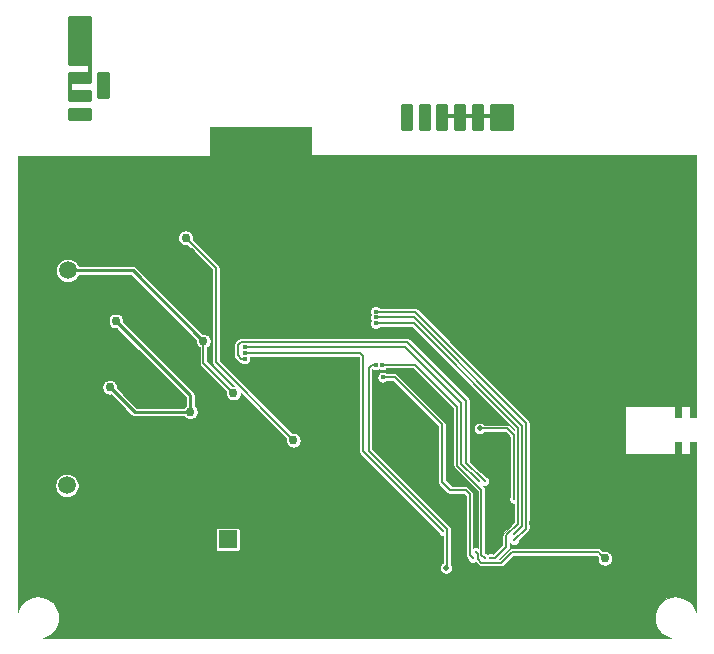
<source format=gbr>
G04 #@! TF.GenerationSoftware,KiCad,Pcbnew,(5.1.0-0)*
G04 #@! TF.CreationDate,2020-07-17T10:06:27-06:00*
G04 #@! TF.ProjectId,Monitor,4d6f6e69-746f-4722-9e6b-696361645f70,rev?*
G04 #@! TF.SameCoordinates,Original*
G04 #@! TF.FileFunction,Copper,L2,Bot*
G04 #@! TF.FilePolarity,Positive*
%FSLAX46Y46*%
G04 Gerber Fmt 4.6, Leading zero omitted, Abs format (unit mm)*
G04 Created by KiCad (PCBNEW (5.1.0-0)) date 2020-07-17 10:06:27*
%MOMM*%
%LPD*%
G04 APERTURE LIST*
%ADD10R,1.524000X1.524000*%
%ADD11C,1.524000*%
%ADD12C,0.330000*%
%ADD13C,1.500000*%
%ADD14C,0.500000*%
%ADD15C,0.450000*%
%ADD16C,0.508000*%
%ADD17C,0.762000*%
%ADD18C,0.152400*%
%ADD19C,0.254000*%
%ADD20C,0.088900*%
G04 APERTURE END LIST*
D10*
X138081600Y-106900000D03*
D11*
X145600000Y-106900000D03*
D12*
X157060000Y-107215000D03*
X159060000Y-107215000D03*
X158060000Y-107215000D03*
X161060000Y-107215000D03*
X160060000Y-107215000D03*
X157060000Y-106215000D03*
X159060000Y-106215000D03*
X158060000Y-106215000D03*
X161060000Y-106215000D03*
X160060000Y-106215000D03*
X157060000Y-105215000D03*
X159060000Y-105215000D03*
X158060000Y-105215000D03*
X161060000Y-105215000D03*
X160060000Y-105215000D03*
X157060000Y-104215000D03*
X159060000Y-104215000D03*
X158060000Y-104215000D03*
X161060000Y-104215000D03*
X160060000Y-104215000D03*
X161060000Y-103215000D03*
X160060000Y-103215000D03*
X159060000Y-103215000D03*
X158060000Y-103215000D03*
X157060000Y-103215000D03*
X159060000Y-107965000D03*
X156310000Y-106215000D03*
X158810000Y-108465000D03*
X159810000Y-108465000D03*
X160310000Y-108465000D03*
X162310000Y-103465000D03*
X162310000Y-106465000D03*
X162310000Y-106965000D03*
X159310000Y-101965000D03*
X159810000Y-101965000D03*
D13*
X124375000Y-98700000D03*
X124450000Y-102325000D03*
X124550000Y-81475000D03*
X124525000Y-84125000D03*
D14*
X161750000Y-71050000D03*
X125150000Y-63000000D03*
D15*
X137250000Y-75500000D03*
X137250000Y-74500000D03*
X137250000Y-73500000D03*
X137250000Y-72500000D03*
D16*
X130000000Y-87500000D03*
X150000000Y-77500000D03*
X155000000Y-77500000D03*
X160000000Y-77500000D03*
X165000000Y-77500000D03*
X170000000Y-77500000D03*
X175000000Y-77500000D03*
X175000000Y-82500000D03*
X135000000Y-82500000D03*
X125000000Y-87500000D03*
X135000000Y-87500000D03*
X160000000Y-87500000D03*
X170000000Y-87500000D03*
X165000000Y-92500000D03*
X160000000Y-92500000D03*
X125000000Y-92500000D03*
X125000000Y-97500000D03*
X140000000Y-97500000D03*
X145000000Y-97500000D03*
X170000000Y-97500000D03*
X170750000Y-103000000D03*
X145000000Y-102500000D03*
X150000000Y-102500000D03*
X140000000Y-102500000D03*
X135000000Y-102500000D03*
X125000000Y-107500000D03*
X135000000Y-107500000D03*
X140000000Y-107500000D03*
X150000000Y-107500000D03*
X170000000Y-107500000D03*
X175000000Y-107500000D03*
X170000000Y-112500000D03*
X165000000Y-112500000D03*
X160000000Y-112500000D03*
X155000000Y-112500000D03*
X150000000Y-112500000D03*
X145000000Y-112500000D03*
X140000000Y-112500000D03*
X135000000Y-112500000D03*
X135000000Y-77500000D03*
X130000000Y-77500000D03*
X125000000Y-77500000D03*
D15*
X138250000Y-76500000D03*
X138250000Y-77500000D03*
X138250000Y-78500000D03*
X143750000Y-80250000D03*
X141000000Y-76500000D03*
X141000000Y-77500000D03*
X142000000Y-77750000D03*
X142750000Y-80250000D03*
X141750000Y-80250000D03*
X140750000Y-80250000D03*
X139750000Y-80000000D03*
X139000000Y-79250000D03*
X143000000Y-77750000D03*
X144000000Y-77750000D03*
X145000000Y-77750000D03*
X145750000Y-78250000D03*
X146500000Y-79000000D03*
X146750000Y-80000000D03*
X141250000Y-75500000D03*
X141250000Y-74500000D03*
X141250000Y-73500000D03*
X141250000Y-72500000D03*
X138000000Y-85000000D03*
X142600000Y-83900000D03*
X147500000Y-83900000D03*
X145100000Y-85900000D03*
X142700000Y-87900000D03*
X147500000Y-87900000D03*
X142700000Y-93800000D03*
X147500000Y-93800000D03*
X177250000Y-95000000D03*
X176250000Y-95000000D03*
X175250000Y-95000000D03*
X174250000Y-95000000D03*
X173250000Y-95000000D03*
X172250000Y-95000000D03*
X171250000Y-95250000D03*
X171250000Y-96250000D03*
X171250000Y-97250000D03*
X171250000Y-98250000D03*
X171250000Y-99250000D03*
X171250000Y-100250000D03*
X172250000Y-100250000D03*
X173250000Y-100250000D03*
X174750000Y-102000000D03*
X174750000Y-103000000D03*
X173750000Y-103000000D03*
X172750000Y-103000000D03*
X169750000Y-103000000D03*
X171750000Y-103000000D03*
X168750000Y-103000000D03*
X169000000Y-101750000D03*
X167750000Y-101750000D03*
X167750000Y-103000000D03*
X166750000Y-103000000D03*
X177250000Y-100250000D03*
X177250000Y-101250000D03*
X177250000Y-102250000D03*
X177250000Y-103250000D03*
X177250000Y-104250000D03*
X176750000Y-105250000D03*
X175750000Y-105250000D03*
X173250000Y-105500000D03*
X172250000Y-105500000D03*
X171250000Y-105500000D03*
X170250000Y-105500000D03*
X169250000Y-105500000D03*
X168250000Y-105500000D03*
X165750000Y-105500000D03*
X164750000Y-105500000D03*
X163750000Y-105500000D03*
D16*
X159200000Y-96525000D03*
D17*
X136000000Y-90100000D03*
X138550000Y-94500000D03*
X134500000Y-81350000D03*
X143625000Y-98500000D03*
X128075000Y-94000000D03*
X134900000Y-96099996D03*
X128600000Y-88400000D03*
X170000000Y-108500000D03*
D15*
X150600000Y-87600000D03*
X139500000Y-91600000D03*
X150600000Y-88600000D03*
X151199998Y-93150000D03*
X151150000Y-92100002D03*
D16*
X156550000Y-109300000D03*
D15*
X150600000Y-92100000D03*
X139500000Y-91100000D03*
X150600000Y-88100000D03*
D16*
X159400000Y-97500000D03*
D15*
X139500000Y-90600000D03*
D18*
X136000000Y-91950000D02*
X136000000Y-90100000D01*
X138550000Y-94500000D02*
X136000000Y-91950000D01*
D19*
X130025000Y-84125000D02*
X136000000Y-90100000D01*
X124525000Y-84125000D02*
X130025000Y-84125000D01*
D18*
X143625000Y-98475000D02*
X143625000Y-98500000D01*
X137050000Y-91900000D02*
X143625000Y-98475000D01*
X137050000Y-83900000D02*
X137050000Y-91900000D01*
X134500000Y-81350000D02*
X137050000Y-83900000D01*
D19*
X130174996Y-96099996D02*
X134900000Y-96099996D01*
X128075000Y-94000000D02*
X130174996Y-96099996D01*
X128980999Y-88780999D02*
X128600000Y-88400000D01*
X134900000Y-96099996D02*
X134900000Y-94700000D01*
X134900000Y-94700000D02*
X128980999Y-88780999D01*
D18*
X162115000Y-107965000D02*
X169465000Y-107965000D01*
X161230000Y-108850000D02*
X162115000Y-107965000D01*
X159060000Y-107965000D02*
X159224999Y-108129999D01*
X159224999Y-108129999D02*
X159224999Y-108524999D01*
X159224999Y-108524999D02*
X159550000Y-108850000D01*
X159550000Y-108850000D02*
X161230000Y-108850000D01*
X169465000Y-107965000D02*
X169619001Y-108119001D01*
X169619001Y-108119001D02*
X170000000Y-108500000D01*
X163300000Y-105975000D02*
X162310000Y-106965000D01*
X153900000Y-87600000D02*
X163300000Y-97000000D01*
X163300000Y-97000000D02*
X163300000Y-105975000D01*
X150600000Y-87600000D02*
X153900000Y-87600000D01*
X159645001Y-101800001D02*
X159810000Y-101965000D01*
X158275000Y-100430000D02*
X159645001Y-101800001D01*
X158275000Y-95200000D02*
X158275000Y-100430000D01*
X153225000Y-90150000D02*
X158275000Y-95200000D01*
X139200000Y-90150000D02*
X153225000Y-90150000D01*
X138900000Y-90450000D02*
X139200000Y-90150000D01*
X139500000Y-91600000D02*
X139181802Y-91600000D01*
X139181802Y-91600000D02*
X138900000Y-91318198D01*
X138900000Y-91318198D02*
X138900000Y-90450000D01*
X160685000Y-108465000D02*
X160310000Y-108465000D01*
X161650000Y-107500000D02*
X160685000Y-108465000D01*
X161650000Y-106550000D02*
X161650000Y-107500000D01*
X162640101Y-105559899D02*
X161650000Y-106550000D01*
X162640101Y-97440101D02*
X162640101Y-105559899D01*
X153800000Y-88600000D02*
X162640101Y-97440101D01*
X150600000Y-88600000D02*
X153800000Y-88600000D01*
X151518196Y-93150000D02*
X151199998Y-93150000D01*
X152200000Y-93150000D02*
X151518196Y-93150000D01*
X156200000Y-97150000D02*
X152200000Y-93150000D01*
X156200000Y-102025000D02*
X156200000Y-97150000D01*
X156900000Y-102725000D02*
X156200000Y-102025000D01*
X158550000Y-103075000D02*
X158200000Y-102725000D01*
X158200000Y-102725000D02*
X156900000Y-102725000D01*
X158550000Y-108205000D02*
X158550000Y-103075000D01*
X158810000Y-108465000D02*
X158550000Y-108205000D01*
X151468198Y-92100002D02*
X151150000Y-92100002D01*
X159550000Y-108205000D02*
X159550000Y-102700000D01*
X157500000Y-95675000D02*
X153925002Y-92100002D01*
X153925002Y-92100002D02*
X151468198Y-92100002D01*
X157500000Y-100650000D02*
X157500000Y-95675000D01*
X159550000Y-102700000D02*
X157500000Y-100650000D01*
X159810000Y-108465000D02*
X159550000Y-108205000D01*
X150250000Y-92100000D02*
X150600000Y-92100000D01*
X150000000Y-92350000D02*
X150250000Y-92100000D01*
X150000000Y-99400000D02*
X150000000Y-92350000D01*
X156650000Y-106050000D02*
X150000000Y-99400000D01*
X156650000Y-109200000D02*
X156650000Y-106050000D01*
X156550000Y-109300000D02*
X156650000Y-109200000D01*
X139500000Y-91100000D02*
X149250000Y-91100000D01*
X149250000Y-91100000D02*
X149500000Y-91350000D01*
X149500000Y-99405000D02*
X156310000Y-106215000D01*
X149500000Y-91350000D02*
X149500000Y-99405000D01*
X163000000Y-97300000D02*
X153800000Y-88100000D01*
X153800000Y-88100000D02*
X150600000Y-88100000D01*
X163000000Y-105775000D02*
X163000000Y-97300000D01*
X162310000Y-106465000D02*
X163000000Y-105775000D01*
X161750000Y-97500000D02*
X159400000Y-97500000D01*
X162310000Y-98060000D02*
X161750000Y-97500000D01*
X162310000Y-103465000D02*
X162310000Y-98060000D01*
X159145001Y-101800001D02*
X159310000Y-101965000D01*
X153100000Y-90600000D02*
X157850000Y-95350000D01*
X157850000Y-100505000D02*
X159145001Y-101800001D01*
X157850000Y-95350000D02*
X157850000Y-100505000D01*
X139500000Y-90600000D02*
X153100000Y-90600000D01*
D19*
G36*
X126373000Y-68173000D02*
G01*
X124800000Y-68173000D01*
X124775224Y-68175440D01*
X124751399Y-68182667D01*
X124729443Y-68194403D01*
X124710197Y-68210197D01*
X124694403Y-68229443D01*
X124682667Y-68251399D01*
X124675440Y-68275224D01*
X124673000Y-68300000D01*
X124673000Y-68800000D01*
X124675440Y-68824776D01*
X124682667Y-68848601D01*
X124694403Y-68870557D01*
X124710197Y-68889803D01*
X124729443Y-68905597D01*
X124751399Y-68917333D01*
X124775224Y-68924560D01*
X124800000Y-68927000D01*
X126373000Y-68927000D01*
X126373000Y-69723000D01*
X124627000Y-69723000D01*
X124627000Y-67427000D01*
X126200000Y-67427000D01*
X126224776Y-67424560D01*
X126248601Y-67417333D01*
X126270557Y-67405597D01*
X126289803Y-67389803D01*
X126305597Y-67370557D01*
X126317333Y-67348601D01*
X126324560Y-67324776D01*
X126327000Y-67300000D01*
X126327000Y-66800000D01*
X126324560Y-66775224D01*
X126317333Y-66751399D01*
X126305597Y-66729443D01*
X126289803Y-66710197D01*
X126270557Y-66694403D01*
X126248601Y-66682667D01*
X126224776Y-66675440D01*
X126200000Y-66673000D01*
X124627000Y-66673000D01*
X124627000Y-62627000D01*
X126373000Y-62627000D01*
X126373000Y-68173000D01*
X126373000Y-68173000D01*
G37*
X126373000Y-68173000D02*
X124800000Y-68173000D01*
X124775224Y-68175440D01*
X124751399Y-68182667D01*
X124729443Y-68194403D01*
X124710197Y-68210197D01*
X124694403Y-68229443D01*
X124682667Y-68251399D01*
X124675440Y-68275224D01*
X124673000Y-68300000D01*
X124673000Y-68800000D01*
X124675440Y-68824776D01*
X124682667Y-68848601D01*
X124694403Y-68870557D01*
X124710197Y-68889803D01*
X124729443Y-68905597D01*
X124751399Y-68917333D01*
X124775224Y-68924560D01*
X124800000Y-68927000D01*
X126373000Y-68927000D01*
X126373000Y-69723000D01*
X124627000Y-69723000D01*
X124627000Y-67427000D01*
X126200000Y-67427000D01*
X126224776Y-67424560D01*
X126248601Y-67417333D01*
X126270557Y-67405597D01*
X126289803Y-67389803D01*
X126305597Y-67370557D01*
X126317333Y-67348601D01*
X126324560Y-67324776D01*
X126327000Y-67300000D01*
X126327000Y-66800000D01*
X126324560Y-66775224D01*
X126317333Y-66751399D01*
X126305597Y-66729443D01*
X126289803Y-66710197D01*
X126270557Y-66694403D01*
X126248601Y-66682667D01*
X126224776Y-66675440D01*
X126200000Y-66673000D01*
X124627000Y-66673000D01*
X124627000Y-62627000D01*
X126373000Y-62627000D01*
X126373000Y-68173000D01*
G36*
X126373000Y-71273000D02*
G01*
X124627000Y-71273000D01*
X124627000Y-70477000D01*
X126373000Y-70477000D01*
X126373000Y-71273000D01*
X126373000Y-71273000D01*
G37*
X126373000Y-71273000D02*
X124627000Y-71273000D01*
X124627000Y-70477000D01*
X126373000Y-70477000D01*
X126373000Y-71273000D01*
G36*
X127963000Y-69473000D02*
G01*
X127117000Y-69473000D01*
X127117000Y-67427000D01*
X127963000Y-67427000D01*
X127963000Y-69473000D01*
X127963000Y-69473000D01*
G37*
X127963000Y-69473000D02*
X127117000Y-69473000D01*
X127117000Y-67427000D01*
X127963000Y-67427000D01*
X127963000Y-69473000D01*
G36*
X153573000Y-72173000D02*
G01*
X152827000Y-72173000D01*
X152827000Y-70127000D01*
X153573000Y-70127000D01*
X153573000Y-72173000D01*
X153573000Y-72173000D01*
G37*
X153573000Y-72173000D02*
X152827000Y-72173000D01*
X152827000Y-70127000D01*
X153573000Y-70127000D01*
X153573000Y-72173000D01*
G36*
X156573000Y-70850000D02*
G01*
X156575440Y-70874776D01*
X156582667Y-70898601D01*
X156594403Y-70920557D01*
X156610197Y-70939803D01*
X156629443Y-70955597D01*
X156651399Y-70967333D01*
X156675224Y-70974560D01*
X156700000Y-70977000D01*
X157200000Y-70977000D01*
X157224776Y-70974560D01*
X157248601Y-70967333D01*
X157270557Y-70955597D01*
X157289803Y-70939803D01*
X157305597Y-70920557D01*
X157317333Y-70898601D01*
X157324560Y-70874776D01*
X157327000Y-70850000D01*
X157327000Y-70127000D01*
X158073000Y-70127000D01*
X158073000Y-70850000D01*
X158075440Y-70874776D01*
X158082667Y-70898601D01*
X158094403Y-70920557D01*
X158110197Y-70939803D01*
X158129443Y-70955597D01*
X158151399Y-70967333D01*
X158175224Y-70974560D01*
X158200000Y-70977000D01*
X158700000Y-70977000D01*
X158724776Y-70974560D01*
X158748601Y-70967333D01*
X158770557Y-70955597D01*
X158789803Y-70939803D01*
X158805597Y-70920557D01*
X158817333Y-70898601D01*
X158824560Y-70874776D01*
X158827000Y-70850000D01*
X158827000Y-70127000D01*
X159573000Y-70127000D01*
X159573000Y-70850000D01*
X159575440Y-70874776D01*
X159582667Y-70898601D01*
X159594403Y-70920557D01*
X159610197Y-70939803D01*
X159629443Y-70955597D01*
X159651399Y-70967333D01*
X159675224Y-70974560D01*
X159700000Y-70977000D01*
X160250000Y-70977000D01*
X160274776Y-70974560D01*
X160298601Y-70967333D01*
X160320557Y-70955597D01*
X160339803Y-70939803D01*
X160355597Y-70920557D01*
X160367333Y-70898601D01*
X160374560Y-70874776D01*
X160377000Y-70850000D01*
X160377000Y-70127000D01*
X162123000Y-70127000D01*
X162123000Y-72173000D01*
X160327000Y-72173000D01*
X160327000Y-71150000D01*
X160324560Y-71125224D01*
X160317333Y-71101399D01*
X160305597Y-71079443D01*
X160289803Y-71060197D01*
X160270557Y-71044403D01*
X160248601Y-71032667D01*
X160224776Y-71025440D01*
X160200000Y-71023000D01*
X159700000Y-71023000D01*
X159675224Y-71025440D01*
X159651399Y-71032667D01*
X159629443Y-71044403D01*
X159610197Y-71060197D01*
X159594403Y-71079443D01*
X159582667Y-71101399D01*
X159575440Y-71125224D01*
X159573000Y-71150000D01*
X159573000Y-72173000D01*
X158827000Y-72173000D01*
X158827000Y-71150000D01*
X158824560Y-71125224D01*
X158817333Y-71101399D01*
X158805597Y-71079443D01*
X158789803Y-71060197D01*
X158770557Y-71044403D01*
X158748601Y-71032667D01*
X158724776Y-71025440D01*
X158700000Y-71023000D01*
X158200000Y-71023000D01*
X158175224Y-71025440D01*
X158151399Y-71032667D01*
X158129443Y-71044403D01*
X158110197Y-71060197D01*
X158094403Y-71079443D01*
X158082667Y-71101399D01*
X158075440Y-71125224D01*
X158073000Y-71150000D01*
X158073000Y-72173000D01*
X157327000Y-72173000D01*
X157327000Y-71150000D01*
X157324560Y-71125224D01*
X157317333Y-71101399D01*
X157305597Y-71079443D01*
X157289803Y-71060197D01*
X157270557Y-71044403D01*
X157248601Y-71032667D01*
X157224776Y-71025440D01*
X157200000Y-71023000D01*
X156700000Y-71023000D01*
X156675224Y-71025440D01*
X156651399Y-71032667D01*
X156629443Y-71044403D01*
X156610197Y-71060197D01*
X156594403Y-71079443D01*
X156582667Y-71101399D01*
X156575440Y-71125224D01*
X156573000Y-71150000D01*
X156573000Y-72173000D01*
X155827000Y-72173000D01*
X155827000Y-70127000D01*
X156573000Y-70127000D01*
X156573000Y-70850000D01*
X156573000Y-70850000D01*
G37*
X156573000Y-70850000D02*
X156575440Y-70874776D01*
X156582667Y-70898601D01*
X156594403Y-70920557D01*
X156610197Y-70939803D01*
X156629443Y-70955597D01*
X156651399Y-70967333D01*
X156675224Y-70974560D01*
X156700000Y-70977000D01*
X157200000Y-70977000D01*
X157224776Y-70974560D01*
X157248601Y-70967333D01*
X157270557Y-70955597D01*
X157289803Y-70939803D01*
X157305597Y-70920557D01*
X157317333Y-70898601D01*
X157324560Y-70874776D01*
X157327000Y-70850000D01*
X157327000Y-70127000D01*
X158073000Y-70127000D01*
X158073000Y-70850000D01*
X158075440Y-70874776D01*
X158082667Y-70898601D01*
X158094403Y-70920557D01*
X158110197Y-70939803D01*
X158129443Y-70955597D01*
X158151399Y-70967333D01*
X158175224Y-70974560D01*
X158200000Y-70977000D01*
X158700000Y-70977000D01*
X158724776Y-70974560D01*
X158748601Y-70967333D01*
X158770557Y-70955597D01*
X158789803Y-70939803D01*
X158805597Y-70920557D01*
X158817333Y-70898601D01*
X158824560Y-70874776D01*
X158827000Y-70850000D01*
X158827000Y-70127000D01*
X159573000Y-70127000D01*
X159573000Y-70850000D01*
X159575440Y-70874776D01*
X159582667Y-70898601D01*
X159594403Y-70920557D01*
X159610197Y-70939803D01*
X159629443Y-70955597D01*
X159651399Y-70967333D01*
X159675224Y-70974560D01*
X159700000Y-70977000D01*
X160250000Y-70977000D01*
X160274776Y-70974560D01*
X160298601Y-70967333D01*
X160320557Y-70955597D01*
X160339803Y-70939803D01*
X160355597Y-70920557D01*
X160367333Y-70898601D01*
X160374560Y-70874776D01*
X160377000Y-70850000D01*
X160377000Y-70127000D01*
X162123000Y-70127000D01*
X162123000Y-72173000D01*
X160327000Y-72173000D01*
X160327000Y-71150000D01*
X160324560Y-71125224D01*
X160317333Y-71101399D01*
X160305597Y-71079443D01*
X160289803Y-71060197D01*
X160270557Y-71044403D01*
X160248601Y-71032667D01*
X160224776Y-71025440D01*
X160200000Y-71023000D01*
X159700000Y-71023000D01*
X159675224Y-71025440D01*
X159651399Y-71032667D01*
X159629443Y-71044403D01*
X159610197Y-71060197D01*
X159594403Y-71079443D01*
X159582667Y-71101399D01*
X159575440Y-71125224D01*
X159573000Y-71150000D01*
X159573000Y-72173000D01*
X158827000Y-72173000D01*
X158827000Y-71150000D01*
X158824560Y-71125224D01*
X158817333Y-71101399D01*
X158805597Y-71079443D01*
X158789803Y-71060197D01*
X158770557Y-71044403D01*
X158748601Y-71032667D01*
X158724776Y-71025440D01*
X158700000Y-71023000D01*
X158200000Y-71023000D01*
X158175224Y-71025440D01*
X158151399Y-71032667D01*
X158129443Y-71044403D01*
X158110197Y-71060197D01*
X158094403Y-71079443D01*
X158082667Y-71101399D01*
X158075440Y-71125224D01*
X158073000Y-71150000D01*
X158073000Y-72173000D01*
X157327000Y-72173000D01*
X157327000Y-71150000D01*
X157324560Y-71125224D01*
X157317333Y-71101399D01*
X157305597Y-71079443D01*
X157289803Y-71060197D01*
X157270557Y-71044403D01*
X157248601Y-71032667D01*
X157224776Y-71025440D01*
X157200000Y-71023000D01*
X156700000Y-71023000D01*
X156675224Y-71025440D01*
X156651399Y-71032667D01*
X156629443Y-71044403D01*
X156610197Y-71060197D01*
X156594403Y-71079443D01*
X156582667Y-71101399D01*
X156575440Y-71125224D01*
X156573000Y-71150000D01*
X156573000Y-72173000D01*
X155827000Y-72173000D01*
X155827000Y-70127000D01*
X156573000Y-70127000D01*
X156573000Y-70850000D01*
G36*
X155073000Y-72173000D02*
G01*
X154327000Y-72173000D01*
X154327000Y-70127000D01*
X155073000Y-70127000D01*
X155073000Y-72173000D01*
X155073000Y-72173000D01*
G37*
X155073000Y-72173000D02*
X154327000Y-72173000D01*
X154327000Y-70127000D01*
X155073000Y-70127000D01*
X155073000Y-72173000D01*
D20*
G36*
X145155550Y-74330000D02*
G01*
X145156404Y-74338672D01*
X145158934Y-74347010D01*
X145163041Y-74354695D01*
X145168569Y-74361431D01*
X145175305Y-74366959D01*
X145182990Y-74371066D01*
X145191328Y-74373596D01*
X145200000Y-74374450D01*
X177730551Y-74374450D01*
X177730550Y-96565550D01*
X177214450Y-96565550D01*
X177214450Y-95610000D01*
X177213596Y-95601328D01*
X177211066Y-95592990D01*
X177206959Y-95585305D01*
X177201431Y-95578569D01*
X177194695Y-95573041D01*
X177187010Y-95568934D01*
X177178672Y-95566404D01*
X177170000Y-95565550D01*
X176470000Y-95565550D01*
X176461328Y-95566404D01*
X176452990Y-95568934D01*
X176445305Y-95573041D01*
X176438569Y-95578569D01*
X176433041Y-95585305D01*
X176428934Y-95592990D01*
X176426404Y-95601328D01*
X176425550Y-95610000D01*
X176425550Y-96565550D01*
X175914450Y-96565550D01*
X175914450Y-95610000D01*
X175913596Y-95601328D01*
X175911066Y-95592990D01*
X175906959Y-95585305D01*
X175901431Y-95578569D01*
X175894695Y-95573041D01*
X175887010Y-95568934D01*
X175878672Y-95566404D01*
X175870000Y-95565550D01*
X171770000Y-95565550D01*
X171761328Y-95566404D01*
X171752990Y-95568934D01*
X171745305Y-95573041D01*
X171738569Y-95578569D01*
X171733041Y-95585305D01*
X171728934Y-95592990D01*
X171726404Y-95601328D01*
X171725550Y-95610000D01*
X171725550Y-99610000D01*
X171726404Y-99618672D01*
X171728934Y-99627010D01*
X171733041Y-99634695D01*
X171738569Y-99641431D01*
X171745305Y-99646959D01*
X171752990Y-99651066D01*
X171761328Y-99653596D01*
X171770000Y-99654450D01*
X175870000Y-99654450D01*
X175878672Y-99653596D01*
X175887010Y-99651066D01*
X175894695Y-99646959D01*
X175901431Y-99641431D01*
X175906959Y-99634695D01*
X175911066Y-99627010D01*
X175913596Y-99618672D01*
X175914450Y-99610000D01*
X175914450Y-98654450D01*
X176425550Y-98654450D01*
X176425550Y-99610000D01*
X176426404Y-99618672D01*
X176428934Y-99627010D01*
X176433041Y-99634695D01*
X176438569Y-99641431D01*
X176445305Y-99646959D01*
X176452990Y-99651066D01*
X176461328Y-99653596D01*
X176470000Y-99654450D01*
X177170000Y-99654450D01*
X177178672Y-99653596D01*
X177187010Y-99651066D01*
X177194695Y-99646959D01*
X177201431Y-99641431D01*
X177206959Y-99634695D01*
X177211066Y-99627010D01*
X177213596Y-99618672D01*
X177214450Y-99610000D01*
X177214450Y-98654450D01*
X177730550Y-98654450D01*
X177730550Y-113060169D01*
X177634744Y-112772165D01*
X177462240Y-112468503D01*
X177234040Y-112204131D01*
X176958835Y-111989117D01*
X176647109Y-111831653D01*
X176310735Y-111737736D01*
X175962525Y-111710942D01*
X175615742Y-111752294D01*
X175283595Y-111860215D01*
X174978737Y-112030595D01*
X174712777Y-112256944D01*
X174495848Y-112530640D01*
X174336211Y-112841260D01*
X174239948Y-113176970D01*
X174210724Y-113524985D01*
X174249654Y-113872048D01*
X174355253Y-114204939D01*
X174523501Y-114510980D01*
X174747987Y-114778513D01*
X175020163Y-114997348D01*
X175329660Y-115159149D01*
X175572260Y-115230550D01*
X122432023Y-115230550D01*
X122693440Y-115149628D01*
X123000648Y-114983521D01*
X123269741Y-114760908D01*
X123490471Y-114490267D01*
X123654429Y-114181906D01*
X123755370Y-113847573D01*
X123789450Y-113500000D01*
X123788752Y-113450036D01*
X123744981Y-113103550D01*
X123634744Y-112772165D01*
X123462240Y-112468503D01*
X123234040Y-112204131D01*
X122958835Y-111989117D01*
X122647109Y-111831653D01*
X122310735Y-111737736D01*
X121962525Y-111710942D01*
X121615742Y-111752294D01*
X121283595Y-111860215D01*
X120978737Y-112030595D01*
X120712777Y-112256944D01*
X120495848Y-112530640D01*
X120336211Y-112841260D01*
X120269450Y-113074084D01*
X120269450Y-106138000D01*
X137073968Y-106138000D01*
X137073968Y-107662000D01*
X137078688Y-107709920D01*
X137092666Y-107755999D01*
X137115364Y-107798466D01*
X137145912Y-107835688D01*
X137183134Y-107866236D01*
X137225601Y-107888934D01*
X137271680Y-107902912D01*
X137319600Y-107907632D01*
X138843600Y-107907632D01*
X138891520Y-107902912D01*
X138937599Y-107888934D01*
X138980066Y-107866236D01*
X139017288Y-107835688D01*
X139047836Y-107798466D01*
X139070534Y-107755999D01*
X139084512Y-107709920D01*
X139089232Y-107662000D01*
X139089232Y-106138000D01*
X139084512Y-106090080D01*
X139070534Y-106044001D01*
X139047836Y-106001534D01*
X139017288Y-105964312D01*
X138980066Y-105933764D01*
X138937599Y-105911066D01*
X138891520Y-105897088D01*
X138843600Y-105892368D01*
X137319600Y-105892368D01*
X137271680Y-105897088D01*
X137225601Y-105911066D01*
X137183134Y-105933764D01*
X137145912Y-105964312D01*
X137115364Y-106001534D01*
X137092666Y-106044001D01*
X137078688Y-106090080D01*
X137073968Y-106138000D01*
X120269450Y-106138000D01*
X120269450Y-102227055D01*
X123455550Y-102227055D01*
X123455550Y-102422945D01*
X123493766Y-102615070D01*
X123568730Y-102796049D01*
X123677560Y-102958925D01*
X123816075Y-103097440D01*
X123978951Y-103206270D01*
X124159930Y-103281234D01*
X124352055Y-103319450D01*
X124547945Y-103319450D01*
X124740070Y-103281234D01*
X124921049Y-103206270D01*
X125083925Y-103097440D01*
X125222440Y-102958925D01*
X125331270Y-102796049D01*
X125406234Y-102615070D01*
X125444450Y-102422945D01*
X125444450Y-102227055D01*
X125406234Y-102034930D01*
X125331270Y-101853951D01*
X125222440Y-101691075D01*
X125083925Y-101552560D01*
X124921049Y-101443730D01*
X124740070Y-101368766D01*
X124547945Y-101330550D01*
X124352055Y-101330550D01*
X124159930Y-101368766D01*
X123978951Y-101443730D01*
X123816075Y-101552560D01*
X123677560Y-101691075D01*
X123568730Y-101853951D01*
X123493766Y-102034930D01*
X123455550Y-102227055D01*
X120269450Y-102227055D01*
X120269450Y-93938399D01*
X127449550Y-93938399D01*
X127449550Y-94061601D01*
X127473586Y-94182437D01*
X127520734Y-94296262D01*
X127589181Y-94398701D01*
X127676299Y-94485819D01*
X127778738Y-94554266D01*
X127892563Y-94601414D01*
X128013399Y-94625450D01*
X128136601Y-94625450D01*
X128168747Y-94619056D01*
X129899444Y-96349754D01*
X129911071Y-96363921D01*
X129925237Y-96375547D01*
X129925242Y-96375552D01*
X129944188Y-96391100D01*
X129967631Y-96410340D01*
X130032161Y-96444831D01*
X130080938Y-96459628D01*
X130102178Y-96466071D01*
X130108601Y-96466704D01*
X130156751Y-96471446D01*
X130156758Y-96471446D01*
X130174996Y-96473242D01*
X130193233Y-96471446D01*
X134395973Y-96471446D01*
X134414181Y-96498697D01*
X134501299Y-96585815D01*
X134603738Y-96654262D01*
X134717563Y-96701410D01*
X134838399Y-96725446D01*
X134961601Y-96725446D01*
X135082437Y-96701410D01*
X135196262Y-96654262D01*
X135298701Y-96585815D01*
X135385819Y-96498697D01*
X135454266Y-96396258D01*
X135501414Y-96282433D01*
X135525450Y-96161597D01*
X135525450Y-96038395D01*
X135501414Y-95917559D01*
X135454266Y-95803734D01*
X135385819Y-95701295D01*
X135298701Y-95614177D01*
X135271450Y-95595969D01*
X135271450Y-94718229D01*
X135273245Y-94699999D01*
X135271450Y-94681769D01*
X135271450Y-94681755D01*
X135266075Y-94627183D01*
X135265550Y-94625450D01*
X135258258Y-94601414D01*
X135244835Y-94557165D01*
X135210344Y-94492635D01*
X135163925Y-94436075D01*
X135149753Y-94424444D01*
X129256564Y-88531256D01*
X129256555Y-88531245D01*
X129219056Y-88493746D01*
X129225450Y-88461601D01*
X129225450Y-88338399D01*
X129201414Y-88217563D01*
X129154266Y-88103738D01*
X129085819Y-88001299D01*
X128998701Y-87914181D01*
X128896262Y-87845734D01*
X128782437Y-87798586D01*
X128661601Y-87774550D01*
X128538399Y-87774550D01*
X128417563Y-87798586D01*
X128303738Y-87845734D01*
X128201299Y-87914181D01*
X128114181Y-88001299D01*
X128045734Y-88103738D01*
X127998586Y-88217563D01*
X127974550Y-88338399D01*
X127974550Y-88461601D01*
X127998586Y-88582437D01*
X128045734Y-88696262D01*
X128114181Y-88798701D01*
X128201299Y-88885819D01*
X128303738Y-88954266D01*
X128417563Y-89001414D01*
X128538399Y-89025450D01*
X128661601Y-89025450D01*
X128693746Y-89019056D01*
X128731245Y-89056555D01*
X128731256Y-89056564D01*
X134528551Y-94853860D01*
X134528550Y-95595968D01*
X134501299Y-95614177D01*
X134414181Y-95701295D01*
X134395973Y-95728546D01*
X130328856Y-95728546D01*
X128694056Y-94093747D01*
X128700450Y-94061601D01*
X128700450Y-93938399D01*
X128676414Y-93817563D01*
X128629266Y-93703738D01*
X128560819Y-93601299D01*
X128473701Y-93514181D01*
X128371262Y-93445734D01*
X128257437Y-93398586D01*
X128136601Y-93374550D01*
X128013399Y-93374550D01*
X127892563Y-93398586D01*
X127778738Y-93445734D01*
X127676299Y-93514181D01*
X127589181Y-93601299D01*
X127520734Y-93703738D01*
X127473586Y-93817563D01*
X127449550Y-93938399D01*
X120269450Y-93938399D01*
X120269450Y-84027055D01*
X123530550Y-84027055D01*
X123530550Y-84222945D01*
X123568766Y-84415070D01*
X123643730Y-84596049D01*
X123752560Y-84758925D01*
X123891075Y-84897440D01*
X124053951Y-85006270D01*
X124234930Y-85081234D01*
X124427055Y-85119450D01*
X124622945Y-85119450D01*
X124815070Y-85081234D01*
X124996049Y-85006270D01*
X125158925Y-84897440D01*
X125297440Y-84758925D01*
X125406270Y-84596049D01*
X125447525Y-84496450D01*
X129871142Y-84496450D01*
X135380944Y-90006253D01*
X135374550Y-90038399D01*
X135374550Y-90161601D01*
X135398586Y-90282437D01*
X135445734Y-90396262D01*
X135514181Y-90498701D01*
X135601299Y-90585819D01*
X135679351Y-90637971D01*
X135679350Y-91934255D01*
X135677799Y-91950000D01*
X135679350Y-91965745D01*
X135679350Y-91965746D01*
X135683990Y-92012857D01*
X135702325Y-92073300D01*
X135707029Y-92082100D01*
X135732100Y-92129005D01*
X135741535Y-92140501D01*
X135772169Y-92177831D01*
X135784413Y-92187879D01*
X137942864Y-94346331D01*
X137924550Y-94438399D01*
X137924550Y-94561601D01*
X137948586Y-94682437D01*
X137995734Y-94796262D01*
X138064181Y-94898701D01*
X138151299Y-94985819D01*
X138253738Y-95054266D01*
X138367563Y-95101414D01*
X138488399Y-95125450D01*
X138611601Y-95125450D01*
X138732437Y-95101414D01*
X138846262Y-95054266D01*
X138948701Y-94985819D01*
X139035819Y-94898701D01*
X139104266Y-94796262D01*
X139151414Y-94682437D01*
X139175450Y-94561601D01*
X139175450Y-94478917D01*
X143022011Y-98325479D01*
X142999550Y-98438399D01*
X142999550Y-98561601D01*
X143023586Y-98682437D01*
X143070734Y-98796262D01*
X143139181Y-98898701D01*
X143226299Y-98985819D01*
X143328738Y-99054266D01*
X143442563Y-99101414D01*
X143563399Y-99125450D01*
X143686601Y-99125450D01*
X143807437Y-99101414D01*
X143921262Y-99054266D01*
X144023701Y-98985819D01*
X144110819Y-98898701D01*
X144179266Y-98796262D01*
X144226414Y-98682437D01*
X144250450Y-98561601D01*
X144250450Y-98438399D01*
X144226414Y-98317563D01*
X144179266Y-98203738D01*
X144110819Y-98101299D01*
X144023701Y-98014181D01*
X143921262Y-97945734D01*
X143807437Y-97898586D01*
X143686601Y-97874550D01*
X143563399Y-97874550D01*
X143492184Y-97888716D01*
X137370650Y-91767184D01*
X137370650Y-90450000D01*
X138577799Y-90450000D01*
X138579351Y-90465755D01*
X138579350Y-91302453D01*
X138577799Y-91318198D01*
X138579350Y-91333943D01*
X138579350Y-91333944D01*
X138583990Y-91381055D01*
X138602325Y-91441498D01*
X138602326Y-91441499D01*
X138632100Y-91497203D01*
X138641535Y-91508699D01*
X138672169Y-91546029D01*
X138684412Y-91556076D01*
X138943931Y-91815597D01*
X138953971Y-91827831D01*
X139002797Y-91867900D01*
X139058501Y-91897675D01*
X139118944Y-91916010D01*
X139155731Y-91919633D01*
X139200743Y-91964645D01*
X139277632Y-92016021D01*
X139363067Y-92051409D01*
X139453763Y-92069450D01*
X139546237Y-92069450D01*
X139636933Y-92051409D01*
X139722368Y-92016021D01*
X139799257Y-91964645D01*
X139864645Y-91899257D01*
X139916021Y-91822368D01*
X139951409Y-91736933D01*
X139969450Y-91646237D01*
X139969450Y-91553763D01*
X139951409Y-91463067D01*
X139933839Y-91420650D01*
X149117183Y-91420650D01*
X149179350Y-91482817D01*
X149179351Y-99389245D01*
X149177799Y-99405000D01*
X149183991Y-99467858D01*
X149202326Y-99528301D01*
X149232100Y-99584005D01*
X149247137Y-99602327D01*
X149272170Y-99632831D01*
X149284409Y-99642875D01*
X155901466Y-106259934D01*
X155916285Y-106334432D01*
X155947150Y-106408947D01*
X155991960Y-106476009D01*
X156048991Y-106533040D01*
X156116053Y-106577850D01*
X156190568Y-106608715D01*
X156269673Y-106624450D01*
X156329351Y-106624450D01*
X156329350Y-108851877D01*
X156313895Y-108858279D01*
X156232257Y-108912828D01*
X156162828Y-108982257D01*
X156108279Y-109063895D01*
X156070705Y-109154607D01*
X156051550Y-109250907D01*
X156051550Y-109349093D01*
X156070705Y-109445393D01*
X156108279Y-109536105D01*
X156162828Y-109617743D01*
X156232257Y-109687172D01*
X156313895Y-109741721D01*
X156404607Y-109779295D01*
X156500907Y-109798450D01*
X156599093Y-109798450D01*
X156695393Y-109779295D01*
X156786105Y-109741721D01*
X156867743Y-109687172D01*
X156937172Y-109617743D01*
X156991721Y-109536105D01*
X157029295Y-109445393D01*
X157048450Y-109349093D01*
X157048450Y-109250907D01*
X157029295Y-109154607D01*
X156991721Y-109063895D01*
X156970650Y-109032360D01*
X156970650Y-106065744D01*
X156972201Y-106049999D01*
X156967217Y-105999400D01*
X156966010Y-105987142D01*
X156947675Y-105926699D01*
X156917900Y-105870995D01*
X156877831Y-105822169D01*
X156865598Y-105812130D01*
X150320650Y-99267184D01*
X150320650Y-92482817D01*
X150323569Y-92479897D01*
X150377632Y-92516021D01*
X150463067Y-92551409D01*
X150553763Y-92569450D01*
X150646237Y-92569450D01*
X150736933Y-92551409D01*
X150822368Y-92516021D01*
X150874999Y-92480854D01*
X150927632Y-92516023D01*
X151013067Y-92551411D01*
X151103763Y-92569452D01*
X151196237Y-92569452D01*
X151286933Y-92551411D01*
X151372368Y-92516023D01*
X151449257Y-92464647D01*
X151493252Y-92420652D01*
X153792186Y-92420652D01*
X157179351Y-95807818D01*
X157179350Y-100634255D01*
X157177799Y-100650000D01*
X157179350Y-100665745D01*
X157179350Y-100665746D01*
X157183990Y-100712857D01*
X157202325Y-100773300D01*
X157202326Y-100773301D01*
X157232100Y-100829005D01*
X157241535Y-100840501D01*
X157272169Y-100877831D01*
X157284413Y-100887879D01*
X159229351Y-102832818D01*
X159229350Y-107591962D01*
X159179432Y-107571285D01*
X159100327Y-107555550D01*
X159019673Y-107555550D01*
X158940568Y-107571285D01*
X158870650Y-107600246D01*
X158870650Y-103090745D01*
X158872201Y-103075000D01*
X158867047Y-103022674D01*
X158866010Y-103012142D01*
X158847675Y-102951699D01*
X158822182Y-102904005D01*
X158817900Y-102895994D01*
X158803957Y-102879005D01*
X158777831Y-102847169D01*
X158765592Y-102837125D01*
X158437879Y-102509413D01*
X158427831Y-102497169D01*
X158379005Y-102457100D01*
X158323301Y-102427325D01*
X158262858Y-102408990D01*
X158215747Y-102404350D01*
X158215745Y-102404350D01*
X158200000Y-102402799D01*
X158184255Y-102404350D01*
X157032818Y-102404350D01*
X156520650Y-101892184D01*
X156520650Y-97165744D01*
X156522201Y-97149999D01*
X156519039Y-97117900D01*
X156516010Y-97087142D01*
X156497675Y-97026699D01*
X156467900Y-96970995D01*
X156427831Y-96922169D01*
X156415598Y-96912130D01*
X152437879Y-92934413D01*
X152427831Y-92922169D01*
X152379005Y-92882100D01*
X152323301Y-92852325D01*
X152262858Y-92833990D01*
X152215747Y-92829350D01*
X152215745Y-92829350D01*
X152200000Y-92827799D01*
X152184255Y-92829350D01*
X151543250Y-92829350D01*
X151499255Y-92785355D01*
X151422366Y-92733979D01*
X151336931Y-92698591D01*
X151246235Y-92680550D01*
X151153761Y-92680550D01*
X151063065Y-92698591D01*
X150977630Y-92733979D01*
X150900741Y-92785355D01*
X150835353Y-92850743D01*
X150783977Y-92927632D01*
X150748589Y-93013067D01*
X150730548Y-93103763D01*
X150730548Y-93196237D01*
X150748589Y-93286933D01*
X150783977Y-93372368D01*
X150835353Y-93449257D01*
X150900741Y-93514645D01*
X150977630Y-93566021D01*
X151063065Y-93601409D01*
X151153761Y-93619450D01*
X151246235Y-93619450D01*
X151336931Y-93601409D01*
X151422366Y-93566021D01*
X151499255Y-93514645D01*
X151543250Y-93470650D01*
X152067184Y-93470650D01*
X155879351Y-97282819D01*
X155879350Y-102009255D01*
X155877799Y-102025000D01*
X155879350Y-102040745D01*
X155879350Y-102040746D01*
X155883990Y-102087857D01*
X155902325Y-102148300D01*
X155902326Y-102148301D01*
X155932100Y-102204005D01*
X155941535Y-102215501D01*
X155972169Y-102252831D01*
X155984413Y-102262879D01*
X156662130Y-102940598D01*
X156672169Y-102952831D01*
X156720995Y-102992900D01*
X156776699Y-103022675D01*
X156837142Y-103041010D01*
X156884253Y-103045650D01*
X156884254Y-103045650D01*
X156899999Y-103047201D01*
X156915744Y-103045650D01*
X158067184Y-103045650D01*
X158229351Y-103207818D01*
X158229350Y-108189255D01*
X158227799Y-108205000D01*
X158229350Y-108220745D01*
X158229350Y-108220746D01*
X158233990Y-108267857D01*
X158252325Y-108328300D01*
X158252326Y-108328301D01*
X158282100Y-108384005D01*
X158291535Y-108395501D01*
X158322169Y-108432831D01*
X158334413Y-108442879D01*
X158401466Y-108509932D01*
X158416285Y-108584432D01*
X158447150Y-108658947D01*
X158491960Y-108726009D01*
X158548991Y-108783040D01*
X158616053Y-108827850D01*
X158690568Y-108858715D01*
X158769673Y-108874450D01*
X158850327Y-108874450D01*
X158929432Y-108858715D01*
X159003947Y-108827850D01*
X159046171Y-108799637D01*
X159312125Y-109065592D01*
X159322169Y-109077831D01*
X159350906Y-109101414D01*
X159370994Y-109117900D01*
X159426697Y-109147674D01*
X159426699Y-109147675D01*
X159487142Y-109166010D01*
X159534253Y-109170650D01*
X159534255Y-109170650D01*
X159550000Y-109172201D01*
X159565745Y-109170650D01*
X161214255Y-109170650D01*
X161230000Y-109172201D01*
X161245745Y-109170650D01*
X161245747Y-109170650D01*
X161292858Y-109166010D01*
X161353301Y-109147675D01*
X161409005Y-109117900D01*
X161457831Y-109077831D01*
X161467879Y-109065587D01*
X162247817Y-108285650D01*
X169332183Y-108285650D01*
X169392864Y-108346331D01*
X169374550Y-108438399D01*
X169374550Y-108561601D01*
X169398586Y-108682437D01*
X169445734Y-108796262D01*
X169514181Y-108898701D01*
X169601299Y-108985819D01*
X169703738Y-109054266D01*
X169817563Y-109101414D01*
X169938399Y-109125450D01*
X170061601Y-109125450D01*
X170182437Y-109101414D01*
X170296262Y-109054266D01*
X170398701Y-108985819D01*
X170485819Y-108898701D01*
X170554266Y-108796262D01*
X170601414Y-108682437D01*
X170625450Y-108561601D01*
X170625450Y-108438399D01*
X170601414Y-108317563D01*
X170554266Y-108203738D01*
X170485819Y-108101299D01*
X170398701Y-108014181D01*
X170296262Y-107945734D01*
X170182437Y-107898586D01*
X170061601Y-107874550D01*
X169938399Y-107874550D01*
X169846331Y-107892864D01*
X169702879Y-107749412D01*
X169692831Y-107737169D01*
X169644005Y-107697100D01*
X169588301Y-107667325D01*
X169527858Y-107648990D01*
X169480747Y-107644350D01*
X169480745Y-107644350D01*
X169465000Y-107642799D01*
X169449255Y-107644350D01*
X162130744Y-107644350D01*
X162114999Y-107642799D01*
X162099254Y-107644350D01*
X162099253Y-107644350D01*
X162052142Y-107648990D01*
X161991699Y-107667325D01*
X161969848Y-107679005D01*
X161935994Y-107697100D01*
X161927598Y-107703991D01*
X161887169Y-107737169D01*
X161877125Y-107749408D01*
X161097184Y-108529350D01*
X161074116Y-108529350D01*
X161865598Y-107737870D01*
X161877831Y-107727831D01*
X161897395Y-107703991D01*
X161917900Y-107679006D01*
X161947674Y-107623302D01*
X161947675Y-107623301D01*
X161966010Y-107562858D01*
X161970650Y-107515747D01*
X161970650Y-107515746D01*
X161972201Y-107500001D01*
X161970650Y-107484256D01*
X161970650Y-107194117D01*
X161991960Y-107226009D01*
X162048991Y-107283040D01*
X162116053Y-107327850D01*
X162190568Y-107358715D01*
X162269673Y-107374450D01*
X162350327Y-107374450D01*
X162429432Y-107358715D01*
X162503947Y-107327850D01*
X162571009Y-107283040D01*
X162628040Y-107226009D01*
X162672850Y-107158947D01*
X162703715Y-107084432D01*
X162718534Y-107009932D01*
X163515598Y-106212870D01*
X163527831Y-106202831D01*
X163567900Y-106154005D01*
X163597675Y-106098301D01*
X163616010Y-106037858D01*
X163620650Y-105990747D01*
X163620650Y-105990746D01*
X163622201Y-105975001D01*
X163620650Y-105959256D01*
X163620650Y-97015744D01*
X163622201Y-96999999D01*
X163619344Y-96970994D01*
X163616010Y-96937142D01*
X163597675Y-96876699D01*
X163567900Y-96820995D01*
X163527831Y-96772169D01*
X163515599Y-96762131D01*
X154137879Y-87384413D01*
X154127831Y-87372169D01*
X154079005Y-87332100D01*
X154023301Y-87302325D01*
X153962858Y-87283990D01*
X153915747Y-87279350D01*
X153915745Y-87279350D01*
X153900000Y-87277799D01*
X153884255Y-87279350D01*
X150943252Y-87279350D01*
X150899257Y-87235355D01*
X150822368Y-87183979D01*
X150736933Y-87148591D01*
X150646237Y-87130550D01*
X150553763Y-87130550D01*
X150463067Y-87148591D01*
X150377632Y-87183979D01*
X150300743Y-87235355D01*
X150235355Y-87300743D01*
X150183979Y-87377632D01*
X150148591Y-87463067D01*
X150130550Y-87553763D01*
X150130550Y-87646237D01*
X150148591Y-87736933D01*
X150183979Y-87822368D01*
X150202442Y-87850000D01*
X150183979Y-87877632D01*
X150148591Y-87963067D01*
X150130550Y-88053763D01*
X150130550Y-88146237D01*
X150148591Y-88236933D01*
X150183979Y-88322368D01*
X150202442Y-88350000D01*
X150183979Y-88377632D01*
X150148591Y-88463067D01*
X150130550Y-88553763D01*
X150130550Y-88646237D01*
X150148591Y-88736933D01*
X150183979Y-88822368D01*
X150235355Y-88899257D01*
X150300743Y-88964645D01*
X150377632Y-89016021D01*
X150463067Y-89051409D01*
X150553763Y-89069450D01*
X150646237Y-89069450D01*
X150736933Y-89051409D01*
X150822368Y-89016021D01*
X150899257Y-88964645D01*
X150943252Y-88920650D01*
X153667184Y-88920650D01*
X162319451Y-97572918D01*
X162319451Y-97615984D01*
X161987879Y-97284413D01*
X161977831Y-97272169D01*
X161929005Y-97232100D01*
X161873301Y-97202325D01*
X161812858Y-97183990D01*
X161765747Y-97179350D01*
X161765745Y-97179350D01*
X161750000Y-97177799D01*
X161734255Y-97179350D01*
X159784265Y-97179350D01*
X159717743Y-97112828D01*
X159636105Y-97058279D01*
X159545393Y-97020705D01*
X159449093Y-97001550D01*
X159350907Y-97001550D01*
X159254607Y-97020705D01*
X159163895Y-97058279D01*
X159082257Y-97112828D01*
X159012828Y-97182257D01*
X158958279Y-97263895D01*
X158920705Y-97354607D01*
X158901550Y-97450907D01*
X158901550Y-97549093D01*
X158920705Y-97645393D01*
X158958279Y-97736105D01*
X159012828Y-97817743D01*
X159082257Y-97887172D01*
X159163895Y-97941721D01*
X159254607Y-97979295D01*
X159350907Y-97998450D01*
X159449093Y-97998450D01*
X159545393Y-97979295D01*
X159636105Y-97941721D01*
X159717743Y-97887172D01*
X159784265Y-97820650D01*
X161617184Y-97820650D01*
X161989351Y-98192818D01*
X161989350Y-103207897D01*
X161947150Y-103271053D01*
X161916285Y-103345568D01*
X161900550Y-103424673D01*
X161900550Y-103505327D01*
X161916285Y-103584432D01*
X161947150Y-103658947D01*
X161991960Y-103726009D01*
X162048991Y-103783040D01*
X162116053Y-103827850D01*
X162190568Y-103858715D01*
X162269673Y-103874450D01*
X162319452Y-103874450D01*
X162319452Y-105427080D01*
X161434413Y-106312121D01*
X161422169Y-106322169D01*
X161391535Y-106359499D01*
X161382100Y-106370995D01*
X161369801Y-106394005D01*
X161352325Y-106426700D01*
X161333990Y-106487143D01*
X161329980Y-106527858D01*
X161327799Y-106550000D01*
X161329350Y-106565745D01*
X161329351Y-107367181D01*
X160558160Y-108138374D01*
X160503947Y-108102150D01*
X160429432Y-108071285D01*
X160350327Y-108055550D01*
X160269673Y-108055550D01*
X160190568Y-108071285D01*
X160116053Y-108102150D01*
X160060000Y-108139604D01*
X160003947Y-108102150D01*
X159929432Y-108071285D01*
X159870650Y-108059593D01*
X159870650Y-102715745D01*
X159872201Y-102700000D01*
X159868472Y-102662141D01*
X159866010Y-102637142D01*
X159847675Y-102576699D01*
X159831263Y-102545994D01*
X159817900Y-102520994D01*
X159798347Y-102497169D01*
X159777831Y-102472169D01*
X159765592Y-102462125D01*
X159642110Y-102338643D01*
X159690568Y-102358715D01*
X159769673Y-102374450D01*
X159850327Y-102374450D01*
X159929432Y-102358715D01*
X160003947Y-102327850D01*
X160071009Y-102283040D01*
X160128040Y-102226009D01*
X160172850Y-102158947D01*
X160203715Y-102084432D01*
X160219450Y-102005327D01*
X160219450Y-101924673D01*
X160203715Y-101845568D01*
X160172850Y-101771053D01*
X160128040Y-101703991D01*
X160071009Y-101646960D01*
X160003947Y-101602150D01*
X159929432Y-101571285D01*
X159854933Y-101556466D01*
X158595650Y-100297184D01*
X158595650Y-95215744D01*
X158597201Y-95199999D01*
X158594344Y-95170994D01*
X158591010Y-95137142D01*
X158572675Y-95076699D01*
X158542900Y-95020995D01*
X158502831Y-94972169D01*
X158490599Y-94962131D01*
X153462879Y-89934413D01*
X153452831Y-89922169D01*
X153404005Y-89882100D01*
X153348301Y-89852325D01*
X153287858Y-89833990D01*
X153240747Y-89829350D01*
X153240745Y-89829350D01*
X153225000Y-89827799D01*
X153209255Y-89829350D01*
X139215744Y-89829350D01*
X139199999Y-89827799D01*
X139184254Y-89829350D01*
X139184253Y-89829350D01*
X139137142Y-89833990D01*
X139076699Y-89852325D01*
X139050769Y-89866185D01*
X139020994Y-89882100D01*
X138995469Y-89903048D01*
X138972169Y-89922169D01*
X138962129Y-89934403D01*
X138684408Y-90212126D01*
X138672170Y-90222169D01*
X138647137Y-90252673D01*
X138632100Y-90270995D01*
X138602326Y-90326699D01*
X138583991Y-90387142D01*
X138577799Y-90450000D01*
X137370650Y-90450000D01*
X137370650Y-83915745D01*
X137372201Y-83900000D01*
X137368367Y-83861075D01*
X137366010Y-83837142D01*
X137347675Y-83776699D01*
X137317900Y-83720994D01*
X137305560Y-83705958D01*
X137277831Y-83672169D01*
X137265594Y-83662127D01*
X135107136Y-81503670D01*
X135125450Y-81411601D01*
X135125450Y-81288399D01*
X135101414Y-81167563D01*
X135054266Y-81053738D01*
X134985819Y-80951299D01*
X134898701Y-80864181D01*
X134796262Y-80795734D01*
X134682437Y-80748586D01*
X134561601Y-80724550D01*
X134438399Y-80724550D01*
X134317563Y-80748586D01*
X134203738Y-80795734D01*
X134101299Y-80864181D01*
X134014181Y-80951299D01*
X133945734Y-81053738D01*
X133898586Y-81167563D01*
X133874550Y-81288399D01*
X133874550Y-81411601D01*
X133898586Y-81532437D01*
X133945734Y-81646262D01*
X134014181Y-81748701D01*
X134101299Y-81835819D01*
X134203738Y-81904266D01*
X134317563Y-81951414D01*
X134438399Y-81975450D01*
X134561601Y-81975450D01*
X134653670Y-81957136D01*
X136729350Y-84032817D01*
X136729351Y-91884245D01*
X136727799Y-91900000D01*
X136733991Y-91962858D01*
X136752326Y-92023301D01*
X136782100Y-92079005D01*
X136797137Y-92097327D01*
X136822170Y-92127831D01*
X136834409Y-92137875D01*
X138571083Y-93874550D01*
X138488399Y-93874550D01*
X138396331Y-93892864D01*
X136320650Y-91817184D01*
X136320650Y-90637971D01*
X136398701Y-90585819D01*
X136485819Y-90498701D01*
X136554266Y-90396262D01*
X136601414Y-90282437D01*
X136625450Y-90161601D01*
X136625450Y-90038399D01*
X136601414Y-89917563D01*
X136554266Y-89803738D01*
X136485819Y-89701299D01*
X136398701Y-89614181D01*
X136296262Y-89545734D01*
X136182437Y-89498586D01*
X136061601Y-89474550D01*
X135938399Y-89474550D01*
X135906253Y-89480944D01*
X130300561Y-83875253D01*
X130288925Y-83861075D01*
X130232365Y-83814656D01*
X130167835Y-83780165D01*
X130097817Y-83758925D01*
X130043245Y-83753550D01*
X130043237Y-83753550D01*
X130025000Y-83751754D01*
X130006763Y-83753550D01*
X125447525Y-83753550D01*
X125406270Y-83653951D01*
X125297440Y-83491075D01*
X125158925Y-83352560D01*
X124996049Y-83243730D01*
X124815070Y-83168766D01*
X124622945Y-83130550D01*
X124427055Y-83130550D01*
X124234930Y-83168766D01*
X124053951Y-83243730D01*
X123891075Y-83352560D01*
X123752560Y-83491075D01*
X123643730Y-83653951D01*
X123568766Y-83834930D01*
X123530550Y-84027055D01*
X120269450Y-84027055D01*
X120269450Y-74394450D01*
X136530000Y-74394450D01*
X136538672Y-74393596D01*
X136547010Y-74391066D01*
X136554695Y-74386959D01*
X136561431Y-74381431D01*
X136566959Y-74374695D01*
X136571066Y-74367010D01*
X136573596Y-74358672D01*
X136574450Y-74350000D01*
X136574450Y-71994450D01*
X145155550Y-71994450D01*
X145155550Y-74330000D01*
X145155550Y-74330000D01*
G37*
X145155550Y-74330000D02*
X145156404Y-74338672D01*
X145158934Y-74347010D01*
X145163041Y-74354695D01*
X145168569Y-74361431D01*
X145175305Y-74366959D01*
X145182990Y-74371066D01*
X145191328Y-74373596D01*
X145200000Y-74374450D01*
X177730551Y-74374450D01*
X177730550Y-96565550D01*
X177214450Y-96565550D01*
X177214450Y-95610000D01*
X177213596Y-95601328D01*
X177211066Y-95592990D01*
X177206959Y-95585305D01*
X177201431Y-95578569D01*
X177194695Y-95573041D01*
X177187010Y-95568934D01*
X177178672Y-95566404D01*
X177170000Y-95565550D01*
X176470000Y-95565550D01*
X176461328Y-95566404D01*
X176452990Y-95568934D01*
X176445305Y-95573041D01*
X176438569Y-95578569D01*
X176433041Y-95585305D01*
X176428934Y-95592990D01*
X176426404Y-95601328D01*
X176425550Y-95610000D01*
X176425550Y-96565550D01*
X175914450Y-96565550D01*
X175914450Y-95610000D01*
X175913596Y-95601328D01*
X175911066Y-95592990D01*
X175906959Y-95585305D01*
X175901431Y-95578569D01*
X175894695Y-95573041D01*
X175887010Y-95568934D01*
X175878672Y-95566404D01*
X175870000Y-95565550D01*
X171770000Y-95565550D01*
X171761328Y-95566404D01*
X171752990Y-95568934D01*
X171745305Y-95573041D01*
X171738569Y-95578569D01*
X171733041Y-95585305D01*
X171728934Y-95592990D01*
X171726404Y-95601328D01*
X171725550Y-95610000D01*
X171725550Y-99610000D01*
X171726404Y-99618672D01*
X171728934Y-99627010D01*
X171733041Y-99634695D01*
X171738569Y-99641431D01*
X171745305Y-99646959D01*
X171752990Y-99651066D01*
X171761328Y-99653596D01*
X171770000Y-99654450D01*
X175870000Y-99654450D01*
X175878672Y-99653596D01*
X175887010Y-99651066D01*
X175894695Y-99646959D01*
X175901431Y-99641431D01*
X175906959Y-99634695D01*
X175911066Y-99627010D01*
X175913596Y-99618672D01*
X175914450Y-99610000D01*
X175914450Y-98654450D01*
X176425550Y-98654450D01*
X176425550Y-99610000D01*
X176426404Y-99618672D01*
X176428934Y-99627010D01*
X176433041Y-99634695D01*
X176438569Y-99641431D01*
X176445305Y-99646959D01*
X176452990Y-99651066D01*
X176461328Y-99653596D01*
X176470000Y-99654450D01*
X177170000Y-99654450D01*
X177178672Y-99653596D01*
X177187010Y-99651066D01*
X177194695Y-99646959D01*
X177201431Y-99641431D01*
X177206959Y-99634695D01*
X177211066Y-99627010D01*
X177213596Y-99618672D01*
X177214450Y-99610000D01*
X177214450Y-98654450D01*
X177730550Y-98654450D01*
X177730550Y-113060169D01*
X177634744Y-112772165D01*
X177462240Y-112468503D01*
X177234040Y-112204131D01*
X176958835Y-111989117D01*
X176647109Y-111831653D01*
X176310735Y-111737736D01*
X175962525Y-111710942D01*
X175615742Y-111752294D01*
X175283595Y-111860215D01*
X174978737Y-112030595D01*
X174712777Y-112256944D01*
X174495848Y-112530640D01*
X174336211Y-112841260D01*
X174239948Y-113176970D01*
X174210724Y-113524985D01*
X174249654Y-113872048D01*
X174355253Y-114204939D01*
X174523501Y-114510980D01*
X174747987Y-114778513D01*
X175020163Y-114997348D01*
X175329660Y-115159149D01*
X175572260Y-115230550D01*
X122432023Y-115230550D01*
X122693440Y-115149628D01*
X123000648Y-114983521D01*
X123269741Y-114760908D01*
X123490471Y-114490267D01*
X123654429Y-114181906D01*
X123755370Y-113847573D01*
X123789450Y-113500000D01*
X123788752Y-113450036D01*
X123744981Y-113103550D01*
X123634744Y-112772165D01*
X123462240Y-112468503D01*
X123234040Y-112204131D01*
X122958835Y-111989117D01*
X122647109Y-111831653D01*
X122310735Y-111737736D01*
X121962525Y-111710942D01*
X121615742Y-111752294D01*
X121283595Y-111860215D01*
X120978737Y-112030595D01*
X120712777Y-112256944D01*
X120495848Y-112530640D01*
X120336211Y-112841260D01*
X120269450Y-113074084D01*
X120269450Y-106138000D01*
X137073968Y-106138000D01*
X137073968Y-107662000D01*
X137078688Y-107709920D01*
X137092666Y-107755999D01*
X137115364Y-107798466D01*
X137145912Y-107835688D01*
X137183134Y-107866236D01*
X137225601Y-107888934D01*
X137271680Y-107902912D01*
X137319600Y-107907632D01*
X138843600Y-107907632D01*
X138891520Y-107902912D01*
X138937599Y-107888934D01*
X138980066Y-107866236D01*
X139017288Y-107835688D01*
X139047836Y-107798466D01*
X139070534Y-107755999D01*
X139084512Y-107709920D01*
X139089232Y-107662000D01*
X139089232Y-106138000D01*
X139084512Y-106090080D01*
X139070534Y-106044001D01*
X139047836Y-106001534D01*
X139017288Y-105964312D01*
X138980066Y-105933764D01*
X138937599Y-105911066D01*
X138891520Y-105897088D01*
X138843600Y-105892368D01*
X137319600Y-105892368D01*
X137271680Y-105897088D01*
X137225601Y-105911066D01*
X137183134Y-105933764D01*
X137145912Y-105964312D01*
X137115364Y-106001534D01*
X137092666Y-106044001D01*
X137078688Y-106090080D01*
X137073968Y-106138000D01*
X120269450Y-106138000D01*
X120269450Y-102227055D01*
X123455550Y-102227055D01*
X123455550Y-102422945D01*
X123493766Y-102615070D01*
X123568730Y-102796049D01*
X123677560Y-102958925D01*
X123816075Y-103097440D01*
X123978951Y-103206270D01*
X124159930Y-103281234D01*
X124352055Y-103319450D01*
X124547945Y-103319450D01*
X124740070Y-103281234D01*
X124921049Y-103206270D01*
X125083925Y-103097440D01*
X125222440Y-102958925D01*
X125331270Y-102796049D01*
X125406234Y-102615070D01*
X125444450Y-102422945D01*
X125444450Y-102227055D01*
X125406234Y-102034930D01*
X125331270Y-101853951D01*
X125222440Y-101691075D01*
X125083925Y-101552560D01*
X124921049Y-101443730D01*
X124740070Y-101368766D01*
X124547945Y-101330550D01*
X124352055Y-101330550D01*
X124159930Y-101368766D01*
X123978951Y-101443730D01*
X123816075Y-101552560D01*
X123677560Y-101691075D01*
X123568730Y-101853951D01*
X123493766Y-102034930D01*
X123455550Y-102227055D01*
X120269450Y-102227055D01*
X120269450Y-93938399D01*
X127449550Y-93938399D01*
X127449550Y-94061601D01*
X127473586Y-94182437D01*
X127520734Y-94296262D01*
X127589181Y-94398701D01*
X127676299Y-94485819D01*
X127778738Y-94554266D01*
X127892563Y-94601414D01*
X128013399Y-94625450D01*
X128136601Y-94625450D01*
X128168747Y-94619056D01*
X129899444Y-96349754D01*
X129911071Y-96363921D01*
X129925237Y-96375547D01*
X129925242Y-96375552D01*
X129944188Y-96391100D01*
X129967631Y-96410340D01*
X130032161Y-96444831D01*
X130080938Y-96459628D01*
X130102178Y-96466071D01*
X130108601Y-96466704D01*
X130156751Y-96471446D01*
X130156758Y-96471446D01*
X130174996Y-96473242D01*
X130193233Y-96471446D01*
X134395973Y-96471446D01*
X134414181Y-96498697D01*
X134501299Y-96585815D01*
X134603738Y-96654262D01*
X134717563Y-96701410D01*
X134838399Y-96725446D01*
X134961601Y-96725446D01*
X135082437Y-96701410D01*
X135196262Y-96654262D01*
X135298701Y-96585815D01*
X135385819Y-96498697D01*
X135454266Y-96396258D01*
X135501414Y-96282433D01*
X135525450Y-96161597D01*
X135525450Y-96038395D01*
X135501414Y-95917559D01*
X135454266Y-95803734D01*
X135385819Y-95701295D01*
X135298701Y-95614177D01*
X135271450Y-95595969D01*
X135271450Y-94718229D01*
X135273245Y-94699999D01*
X135271450Y-94681769D01*
X135271450Y-94681755D01*
X135266075Y-94627183D01*
X135265550Y-94625450D01*
X135258258Y-94601414D01*
X135244835Y-94557165D01*
X135210344Y-94492635D01*
X135163925Y-94436075D01*
X135149753Y-94424444D01*
X129256564Y-88531256D01*
X129256555Y-88531245D01*
X129219056Y-88493746D01*
X129225450Y-88461601D01*
X129225450Y-88338399D01*
X129201414Y-88217563D01*
X129154266Y-88103738D01*
X129085819Y-88001299D01*
X128998701Y-87914181D01*
X128896262Y-87845734D01*
X128782437Y-87798586D01*
X128661601Y-87774550D01*
X128538399Y-87774550D01*
X128417563Y-87798586D01*
X128303738Y-87845734D01*
X128201299Y-87914181D01*
X128114181Y-88001299D01*
X128045734Y-88103738D01*
X127998586Y-88217563D01*
X127974550Y-88338399D01*
X127974550Y-88461601D01*
X127998586Y-88582437D01*
X128045734Y-88696262D01*
X128114181Y-88798701D01*
X128201299Y-88885819D01*
X128303738Y-88954266D01*
X128417563Y-89001414D01*
X128538399Y-89025450D01*
X128661601Y-89025450D01*
X128693746Y-89019056D01*
X128731245Y-89056555D01*
X128731256Y-89056564D01*
X134528551Y-94853860D01*
X134528550Y-95595968D01*
X134501299Y-95614177D01*
X134414181Y-95701295D01*
X134395973Y-95728546D01*
X130328856Y-95728546D01*
X128694056Y-94093747D01*
X128700450Y-94061601D01*
X128700450Y-93938399D01*
X128676414Y-93817563D01*
X128629266Y-93703738D01*
X128560819Y-93601299D01*
X128473701Y-93514181D01*
X128371262Y-93445734D01*
X128257437Y-93398586D01*
X128136601Y-93374550D01*
X128013399Y-93374550D01*
X127892563Y-93398586D01*
X127778738Y-93445734D01*
X127676299Y-93514181D01*
X127589181Y-93601299D01*
X127520734Y-93703738D01*
X127473586Y-93817563D01*
X127449550Y-93938399D01*
X120269450Y-93938399D01*
X120269450Y-84027055D01*
X123530550Y-84027055D01*
X123530550Y-84222945D01*
X123568766Y-84415070D01*
X123643730Y-84596049D01*
X123752560Y-84758925D01*
X123891075Y-84897440D01*
X124053951Y-85006270D01*
X124234930Y-85081234D01*
X124427055Y-85119450D01*
X124622945Y-85119450D01*
X124815070Y-85081234D01*
X124996049Y-85006270D01*
X125158925Y-84897440D01*
X125297440Y-84758925D01*
X125406270Y-84596049D01*
X125447525Y-84496450D01*
X129871142Y-84496450D01*
X135380944Y-90006253D01*
X135374550Y-90038399D01*
X135374550Y-90161601D01*
X135398586Y-90282437D01*
X135445734Y-90396262D01*
X135514181Y-90498701D01*
X135601299Y-90585819D01*
X135679351Y-90637971D01*
X135679350Y-91934255D01*
X135677799Y-91950000D01*
X135679350Y-91965745D01*
X135679350Y-91965746D01*
X135683990Y-92012857D01*
X135702325Y-92073300D01*
X135707029Y-92082100D01*
X135732100Y-92129005D01*
X135741535Y-92140501D01*
X135772169Y-92177831D01*
X135784413Y-92187879D01*
X137942864Y-94346331D01*
X137924550Y-94438399D01*
X137924550Y-94561601D01*
X137948586Y-94682437D01*
X137995734Y-94796262D01*
X138064181Y-94898701D01*
X138151299Y-94985819D01*
X138253738Y-95054266D01*
X138367563Y-95101414D01*
X138488399Y-95125450D01*
X138611601Y-95125450D01*
X138732437Y-95101414D01*
X138846262Y-95054266D01*
X138948701Y-94985819D01*
X139035819Y-94898701D01*
X139104266Y-94796262D01*
X139151414Y-94682437D01*
X139175450Y-94561601D01*
X139175450Y-94478917D01*
X143022011Y-98325479D01*
X142999550Y-98438399D01*
X142999550Y-98561601D01*
X143023586Y-98682437D01*
X143070734Y-98796262D01*
X143139181Y-98898701D01*
X143226299Y-98985819D01*
X143328738Y-99054266D01*
X143442563Y-99101414D01*
X143563399Y-99125450D01*
X143686601Y-99125450D01*
X143807437Y-99101414D01*
X143921262Y-99054266D01*
X144023701Y-98985819D01*
X144110819Y-98898701D01*
X144179266Y-98796262D01*
X144226414Y-98682437D01*
X144250450Y-98561601D01*
X144250450Y-98438399D01*
X144226414Y-98317563D01*
X144179266Y-98203738D01*
X144110819Y-98101299D01*
X144023701Y-98014181D01*
X143921262Y-97945734D01*
X143807437Y-97898586D01*
X143686601Y-97874550D01*
X143563399Y-97874550D01*
X143492184Y-97888716D01*
X137370650Y-91767184D01*
X137370650Y-90450000D01*
X138577799Y-90450000D01*
X138579351Y-90465755D01*
X138579350Y-91302453D01*
X138577799Y-91318198D01*
X138579350Y-91333943D01*
X138579350Y-91333944D01*
X138583990Y-91381055D01*
X138602325Y-91441498D01*
X138602326Y-91441499D01*
X138632100Y-91497203D01*
X138641535Y-91508699D01*
X138672169Y-91546029D01*
X138684412Y-91556076D01*
X138943931Y-91815597D01*
X138953971Y-91827831D01*
X139002797Y-91867900D01*
X139058501Y-91897675D01*
X139118944Y-91916010D01*
X139155731Y-91919633D01*
X139200743Y-91964645D01*
X139277632Y-92016021D01*
X139363067Y-92051409D01*
X139453763Y-92069450D01*
X139546237Y-92069450D01*
X139636933Y-92051409D01*
X139722368Y-92016021D01*
X139799257Y-91964645D01*
X139864645Y-91899257D01*
X139916021Y-91822368D01*
X139951409Y-91736933D01*
X139969450Y-91646237D01*
X139969450Y-91553763D01*
X139951409Y-91463067D01*
X139933839Y-91420650D01*
X149117183Y-91420650D01*
X149179350Y-91482817D01*
X149179351Y-99389245D01*
X149177799Y-99405000D01*
X149183991Y-99467858D01*
X149202326Y-99528301D01*
X149232100Y-99584005D01*
X149247137Y-99602327D01*
X149272170Y-99632831D01*
X149284409Y-99642875D01*
X155901466Y-106259934D01*
X155916285Y-106334432D01*
X155947150Y-106408947D01*
X155991960Y-106476009D01*
X156048991Y-106533040D01*
X156116053Y-106577850D01*
X156190568Y-106608715D01*
X156269673Y-106624450D01*
X156329351Y-106624450D01*
X156329350Y-108851877D01*
X156313895Y-108858279D01*
X156232257Y-108912828D01*
X156162828Y-108982257D01*
X156108279Y-109063895D01*
X156070705Y-109154607D01*
X156051550Y-109250907D01*
X156051550Y-109349093D01*
X156070705Y-109445393D01*
X156108279Y-109536105D01*
X156162828Y-109617743D01*
X156232257Y-109687172D01*
X156313895Y-109741721D01*
X156404607Y-109779295D01*
X156500907Y-109798450D01*
X156599093Y-109798450D01*
X156695393Y-109779295D01*
X156786105Y-109741721D01*
X156867743Y-109687172D01*
X156937172Y-109617743D01*
X156991721Y-109536105D01*
X157029295Y-109445393D01*
X157048450Y-109349093D01*
X157048450Y-109250907D01*
X157029295Y-109154607D01*
X156991721Y-109063895D01*
X156970650Y-109032360D01*
X156970650Y-106065744D01*
X156972201Y-106049999D01*
X156967217Y-105999400D01*
X156966010Y-105987142D01*
X156947675Y-105926699D01*
X156917900Y-105870995D01*
X156877831Y-105822169D01*
X156865598Y-105812130D01*
X150320650Y-99267184D01*
X150320650Y-92482817D01*
X150323569Y-92479897D01*
X150377632Y-92516021D01*
X150463067Y-92551409D01*
X150553763Y-92569450D01*
X150646237Y-92569450D01*
X150736933Y-92551409D01*
X150822368Y-92516021D01*
X150874999Y-92480854D01*
X150927632Y-92516023D01*
X151013067Y-92551411D01*
X151103763Y-92569452D01*
X151196237Y-92569452D01*
X151286933Y-92551411D01*
X151372368Y-92516023D01*
X151449257Y-92464647D01*
X151493252Y-92420652D01*
X153792186Y-92420652D01*
X157179351Y-95807818D01*
X157179350Y-100634255D01*
X157177799Y-100650000D01*
X157179350Y-100665745D01*
X157179350Y-100665746D01*
X157183990Y-100712857D01*
X157202325Y-100773300D01*
X157202326Y-100773301D01*
X157232100Y-100829005D01*
X157241535Y-100840501D01*
X157272169Y-100877831D01*
X157284413Y-100887879D01*
X159229351Y-102832818D01*
X159229350Y-107591962D01*
X159179432Y-107571285D01*
X159100327Y-107555550D01*
X159019673Y-107555550D01*
X158940568Y-107571285D01*
X158870650Y-107600246D01*
X158870650Y-103090745D01*
X158872201Y-103075000D01*
X158867047Y-103022674D01*
X158866010Y-103012142D01*
X158847675Y-102951699D01*
X158822182Y-102904005D01*
X158817900Y-102895994D01*
X158803957Y-102879005D01*
X158777831Y-102847169D01*
X158765592Y-102837125D01*
X158437879Y-102509413D01*
X158427831Y-102497169D01*
X158379005Y-102457100D01*
X158323301Y-102427325D01*
X158262858Y-102408990D01*
X158215747Y-102404350D01*
X158215745Y-102404350D01*
X158200000Y-102402799D01*
X158184255Y-102404350D01*
X157032818Y-102404350D01*
X156520650Y-101892184D01*
X156520650Y-97165744D01*
X156522201Y-97149999D01*
X156519039Y-97117900D01*
X156516010Y-97087142D01*
X156497675Y-97026699D01*
X156467900Y-96970995D01*
X156427831Y-96922169D01*
X156415598Y-96912130D01*
X152437879Y-92934413D01*
X152427831Y-92922169D01*
X152379005Y-92882100D01*
X152323301Y-92852325D01*
X152262858Y-92833990D01*
X152215747Y-92829350D01*
X152215745Y-92829350D01*
X152200000Y-92827799D01*
X152184255Y-92829350D01*
X151543250Y-92829350D01*
X151499255Y-92785355D01*
X151422366Y-92733979D01*
X151336931Y-92698591D01*
X151246235Y-92680550D01*
X151153761Y-92680550D01*
X151063065Y-92698591D01*
X150977630Y-92733979D01*
X150900741Y-92785355D01*
X150835353Y-92850743D01*
X150783977Y-92927632D01*
X150748589Y-93013067D01*
X150730548Y-93103763D01*
X150730548Y-93196237D01*
X150748589Y-93286933D01*
X150783977Y-93372368D01*
X150835353Y-93449257D01*
X150900741Y-93514645D01*
X150977630Y-93566021D01*
X151063065Y-93601409D01*
X151153761Y-93619450D01*
X151246235Y-93619450D01*
X151336931Y-93601409D01*
X151422366Y-93566021D01*
X151499255Y-93514645D01*
X151543250Y-93470650D01*
X152067184Y-93470650D01*
X155879351Y-97282819D01*
X155879350Y-102009255D01*
X155877799Y-102025000D01*
X155879350Y-102040745D01*
X155879350Y-102040746D01*
X155883990Y-102087857D01*
X155902325Y-102148300D01*
X155902326Y-102148301D01*
X155932100Y-102204005D01*
X155941535Y-102215501D01*
X155972169Y-102252831D01*
X155984413Y-102262879D01*
X156662130Y-102940598D01*
X156672169Y-102952831D01*
X156720995Y-102992900D01*
X156776699Y-103022675D01*
X156837142Y-103041010D01*
X156884253Y-103045650D01*
X156884254Y-103045650D01*
X156899999Y-103047201D01*
X156915744Y-103045650D01*
X158067184Y-103045650D01*
X158229351Y-103207818D01*
X158229350Y-108189255D01*
X158227799Y-108205000D01*
X158229350Y-108220745D01*
X158229350Y-108220746D01*
X158233990Y-108267857D01*
X158252325Y-108328300D01*
X158252326Y-108328301D01*
X158282100Y-108384005D01*
X158291535Y-108395501D01*
X158322169Y-108432831D01*
X158334413Y-108442879D01*
X158401466Y-108509932D01*
X158416285Y-108584432D01*
X158447150Y-108658947D01*
X158491960Y-108726009D01*
X158548991Y-108783040D01*
X158616053Y-108827850D01*
X158690568Y-108858715D01*
X158769673Y-108874450D01*
X158850327Y-108874450D01*
X158929432Y-108858715D01*
X159003947Y-108827850D01*
X159046171Y-108799637D01*
X159312125Y-109065592D01*
X159322169Y-109077831D01*
X159350906Y-109101414D01*
X159370994Y-109117900D01*
X159426697Y-109147674D01*
X159426699Y-109147675D01*
X159487142Y-109166010D01*
X159534253Y-109170650D01*
X159534255Y-109170650D01*
X159550000Y-109172201D01*
X159565745Y-109170650D01*
X161214255Y-109170650D01*
X161230000Y-109172201D01*
X161245745Y-109170650D01*
X161245747Y-109170650D01*
X161292858Y-109166010D01*
X161353301Y-109147675D01*
X161409005Y-109117900D01*
X161457831Y-109077831D01*
X161467879Y-109065587D01*
X162247817Y-108285650D01*
X169332183Y-108285650D01*
X169392864Y-108346331D01*
X169374550Y-108438399D01*
X169374550Y-108561601D01*
X169398586Y-108682437D01*
X169445734Y-108796262D01*
X169514181Y-108898701D01*
X169601299Y-108985819D01*
X169703738Y-109054266D01*
X169817563Y-109101414D01*
X169938399Y-109125450D01*
X170061601Y-109125450D01*
X170182437Y-109101414D01*
X170296262Y-109054266D01*
X170398701Y-108985819D01*
X170485819Y-108898701D01*
X170554266Y-108796262D01*
X170601414Y-108682437D01*
X170625450Y-108561601D01*
X170625450Y-108438399D01*
X170601414Y-108317563D01*
X170554266Y-108203738D01*
X170485819Y-108101299D01*
X170398701Y-108014181D01*
X170296262Y-107945734D01*
X170182437Y-107898586D01*
X170061601Y-107874550D01*
X169938399Y-107874550D01*
X169846331Y-107892864D01*
X169702879Y-107749412D01*
X169692831Y-107737169D01*
X169644005Y-107697100D01*
X169588301Y-107667325D01*
X169527858Y-107648990D01*
X169480747Y-107644350D01*
X169480745Y-107644350D01*
X169465000Y-107642799D01*
X169449255Y-107644350D01*
X162130744Y-107644350D01*
X162114999Y-107642799D01*
X162099254Y-107644350D01*
X162099253Y-107644350D01*
X162052142Y-107648990D01*
X161991699Y-107667325D01*
X161969848Y-107679005D01*
X161935994Y-107697100D01*
X161927598Y-107703991D01*
X161887169Y-107737169D01*
X161877125Y-107749408D01*
X161097184Y-108529350D01*
X161074116Y-108529350D01*
X161865598Y-107737870D01*
X161877831Y-107727831D01*
X161897395Y-107703991D01*
X161917900Y-107679006D01*
X161947674Y-107623302D01*
X161947675Y-107623301D01*
X161966010Y-107562858D01*
X161970650Y-107515747D01*
X161970650Y-107515746D01*
X161972201Y-107500001D01*
X161970650Y-107484256D01*
X161970650Y-107194117D01*
X161991960Y-107226009D01*
X162048991Y-107283040D01*
X162116053Y-107327850D01*
X162190568Y-107358715D01*
X162269673Y-107374450D01*
X162350327Y-107374450D01*
X162429432Y-107358715D01*
X162503947Y-107327850D01*
X162571009Y-107283040D01*
X162628040Y-107226009D01*
X162672850Y-107158947D01*
X162703715Y-107084432D01*
X162718534Y-107009932D01*
X163515598Y-106212870D01*
X163527831Y-106202831D01*
X163567900Y-106154005D01*
X163597675Y-106098301D01*
X163616010Y-106037858D01*
X163620650Y-105990747D01*
X163620650Y-105990746D01*
X163622201Y-105975001D01*
X163620650Y-105959256D01*
X163620650Y-97015744D01*
X163622201Y-96999999D01*
X163619344Y-96970994D01*
X163616010Y-96937142D01*
X163597675Y-96876699D01*
X163567900Y-96820995D01*
X163527831Y-96772169D01*
X163515599Y-96762131D01*
X154137879Y-87384413D01*
X154127831Y-87372169D01*
X154079005Y-87332100D01*
X154023301Y-87302325D01*
X153962858Y-87283990D01*
X153915747Y-87279350D01*
X153915745Y-87279350D01*
X153900000Y-87277799D01*
X153884255Y-87279350D01*
X150943252Y-87279350D01*
X150899257Y-87235355D01*
X150822368Y-87183979D01*
X150736933Y-87148591D01*
X150646237Y-87130550D01*
X150553763Y-87130550D01*
X150463067Y-87148591D01*
X150377632Y-87183979D01*
X150300743Y-87235355D01*
X150235355Y-87300743D01*
X150183979Y-87377632D01*
X150148591Y-87463067D01*
X150130550Y-87553763D01*
X150130550Y-87646237D01*
X150148591Y-87736933D01*
X150183979Y-87822368D01*
X150202442Y-87850000D01*
X150183979Y-87877632D01*
X150148591Y-87963067D01*
X150130550Y-88053763D01*
X150130550Y-88146237D01*
X150148591Y-88236933D01*
X150183979Y-88322368D01*
X150202442Y-88350000D01*
X150183979Y-88377632D01*
X150148591Y-88463067D01*
X150130550Y-88553763D01*
X150130550Y-88646237D01*
X150148591Y-88736933D01*
X150183979Y-88822368D01*
X150235355Y-88899257D01*
X150300743Y-88964645D01*
X150377632Y-89016021D01*
X150463067Y-89051409D01*
X150553763Y-89069450D01*
X150646237Y-89069450D01*
X150736933Y-89051409D01*
X150822368Y-89016021D01*
X150899257Y-88964645D01*
X150943252Y-88920650D01*
X153667184Y-88920650D01*
X162319451Y-97572918D01*
X162319451Y-97615984D01*
X161987879Y-97284413D01*
X161977831Y-97272169D01*
X161929005Y-97232100D01*
X161873301Y-97202325D01*
X161812858Y-97183990D01*
X161765747Y-97179350D01*
X161765745Y-97179350D01*
X161750000Y-97177799D01*
X161734255Y-97179350D01*
X159784265Y-97179350D01*
X159717743Y-97112828D01*
X159636105Y-97058279D01*
X159545393Y-97020705D01*
X159449093Y-97001550D01*
X159350907Y-97001550D01*
X159254607Y-97020705D01*
X159163895Y-97058279D01*
X159082257Y-97112828D01*
X159012828Y-97182257D01*
X158958279Y-97263895D01*
X158920705Y-97354607D01*
X158901550Y-97450907D01*
X158901550Y-97549093D01*
X158920705Y-97645393D01*
X158958279Y-97736105D01*
X159012828Y-97817743D01*
X159082257Y-97887172D01*
X159163895Y-97941721D01*
X159254607Y-97979295D01*
X159350907Y-97998450D01*
X159449093Y-97998450D01*
X159545393Y-97979295D01*
X159636105Y-97941721D01*
X159717743Y-97887172D01*
X159784265Y-97820650D01*
X161617184Y-97820650D01*
X161989351Y-98192818D01*
X161989350Y-103207897D01*
X161947150Y-103271053D01*
X161916285Y-103345568D01*
X161900550Y-103424673D01*
X161900550Y-103505327D01*
X161916285Y-103584432D01*
X161947150Y-103658947D01*
X161991960Y-103726009D01*
X162048991Y-103783040D01*
X162116053Y-103827850D01*
X162190568Y-103858715D01*
X162269673Y-103874450D01*
X162319452Y-103874450D01*
X162319452Y-105427080D01*
X161434413Y-106312121D01*
X161422169Y-106322169D01*
X161391535Y-106359499D01*
X161382100Y-106370995D01*
X161369801Y-106394005D01*
X161352325Y-106426700D01*
X161333990Y-106487143D01*
X161329980Y-106527858D01*
X161327799Y-106550000D01*
X161329350Y-106565745D01*
X161329351Y-107367181D01*
X160558160Y-108138374D01*
X160503947Y-108102150D01*
X160429432Y-108071285D01*
X160350327Y-108055550D01*
X160269673Y-108055550D01*
X160190568Y-108071285D01*
X160116053Y-108102150D01*
X160060000Y-108139604D01*
X160003947Y-108102150D01*
X159929432Y-108071285D01*
X159870650Y-108059593D01*
X159870650Y-102715745D01*
X159872201Y-102700000D01*
X159868472Y-102662141D01*
X159866010Y-102637142D01*
X159847675Y-102576699D01*
X159831263Y-102545994D01*
X159817900Y-102520994D01*
X159798347Y-102497169D01*
X159777831Y-102472169D01*
X159765592Y-102462125D01*
X159642110Y-102338643D01*
X159690568Y-102358715D01*
X159769673Y-102374450D01*
X159850327Y-102374450D01*
X159929432Y-102358715D01*
X160003947Y-102327850D01*
X160071009Y-102283040D01*
X160128040Y-102226009D01*
X160172850Y-102158947D01*
X160203715Y-102084432D01*
X160219450Y-102005327D01*
X160219450Y-101924673D01*
X160203715Y-101845568D01*
X160172850Y-101771053D01*
X160128040Y-101703991D01*
X160071009Y-101646960D01*
X160003947Y-101602150D01*
X159929432Y-101571285D01*
X159854933Y-101556466D01*
X158595650Y-100297184D01*
X158595650Y-95215744D01*
X158597201Y-95199999D01*
X158594344Y-95170994D01*
X158591010Y-95137142D01*
X158572675Y-95076699D01*
X158542900Y-95020995D01*
X158502831Y-94972169D01*
X158490599Y-94962131D01*
X153462879Y-89934413D01*
X153452831Y-89922169D01*
X153404005Y-89882100D01*
X153348301Y-89852325D01*
X153287858Y-89833990D01*
X153240747Y-89829350D01*
X153240745Y-89829350D01*
X153225000Y-89827799D01*
X153209255Y-89829350D01*
X139215744Y-89829350D01*
X139199999Y-89827799D01*
X139184254Y-89829350D01*
X139184253Y-89829350D01*
X139137142Y-89833990D01*
X139076699Y-89852325D01*
X139050769Y-89866185D01*
X139020994Y-89882100D01*
X138995469Y-89903048D01*
X138972169Y-89922169D01*
X138962129Y-89934403D01*
X138684408Y-90212126D01*
X138672170Y-90222169D01*
X138647137Y-90252673D01*
X138632100Y-90270995D01*
X138602326Y-90326699D01*
X138583991Y-90387142D01*
X138577799Y-90450000D01*
X137370650Y-90450000D01*
X137370650Y-83915745D01*
X137372201Y-83900000D01*
X137368367Y-83861075D01*
X137366010Y-83837142D01*
X137347675Y-83776699D01*
X137317900Y-83720994D01*
X137305560Y-83705958D01*
X137277831Y-83672169D01*
X137265594Y-83662127D01*
X135107136Y-81503670D01*
X135125450Y-81411601D01*
X135125450Y-81288399D01*
X135101414Y-81167563D01*
X135054266Y-81053738D01*
X134985819Y-80951299D01*
X134898701Y-80864181D01*
X134796262Y-80795734D01*
X134682437Y-80748586D01*
X134561601Y-80724550D01*
X134438399Y-80724550D01*
X134317563Y-80748586D01*
X134203738Y-80795734D01*
X134101299Y-80864181D01*
X134014181Y-80951299D01*
X133945734Y-81053738D01*
X133898586Y-81167563D01*
X133874550Y-81288399D01*
X133874550Y-81411601D01*
X133898586Y-81532437D01*
X133945734Y-81646262D01*
X134014181Y-81748701D01*
X134101299Y-81835819D01*
X134203738Y-81904266D01*
X134317563Y-81951414D01*
X134438399Y-81975450D01*
X134561601Y-81975450D01*
X134653670Y-81957136D01*
X136729350Y-84032817D01*
X136729351Y-91884245D01*
X136727799Y-91900000D01*
X136733991Y-91962858D01*
X136752326Y-92023301D01*
X136782100Y-92079005D01*
X136797137Y-92097327D01*
X136822170Y-92127831D01*
X136834409Y-92137875D01*
X138571083Y-93874550D01*
X138488399Y-93874550D01*
X138396331Y-93892864D01*
X136320650Y-91817184D01*
X136320650Y-90637971D01*
X136398701Y-90585819D01*
X136485819Y-90498701D01*
X136554266Y-90396262D01*
X136601414Y-90282437D01*
X136625450Y-90161601D01*
X136625450Y-90038399D01*
X136601414Y-89917563D01*
X136554266Y-89803738D01*
X136485819Y-89701299D01*
X136398701Y-89614181D01*
X136296262Y-89545734D01*
X136182437Y-89498586D01*
X136061601Y-89474550D01*
X135938399Y-89474550D01*
X135906253Y-89480944D01*
X130300561Y-83875253D01*
X130288925Y-83861075D01*
X130232365Y-83814656D01*
X130167835Y-83780165D01*
X130097817Y-83758925D01*
X130043245Y-83753550D01*
X130043237Y-83753550D01*
X130025000Y-83751754D01*
X130006763Y-83753550D01*
X125447525Y-83753550D01*
X125406270Y-83653951D01*
X125297440Y-83491075D01*
X125158925Y-83352560D01*
X124996049Y-83243730D01*
X124815070Y-83168766D01*
X124622945Y-83130550D01*
X124427055Y-83130550D01*
X124234930Y-83168766D01*
X124053951Y-83243730D01*
X123891075Y-83352560D01*
X123752560Y-83491075D01*
X123643730Y-83653951D01*
X123568766Y-83834930D01*
X123530550Y-84027055D01*
X120269450Y-84027055D01*
X120269450Y-74394450D01*
X136530000Y-74394450D01*
X136538672Y-74393596D01*
X136547010Y-74391066D01*
X136554695Y-74386959D01*
X136561431Y-74381431D01*
X136566959Y-74374695D01*
X136571066Y-74367010D01*
X136573596Y-74358672D01*
X136574450Y-74350000D01*
X136574450Y-71994450D01*
X145155550Y-71994450D01*
X145155550Y-74330000D01*
M02*

</source>
